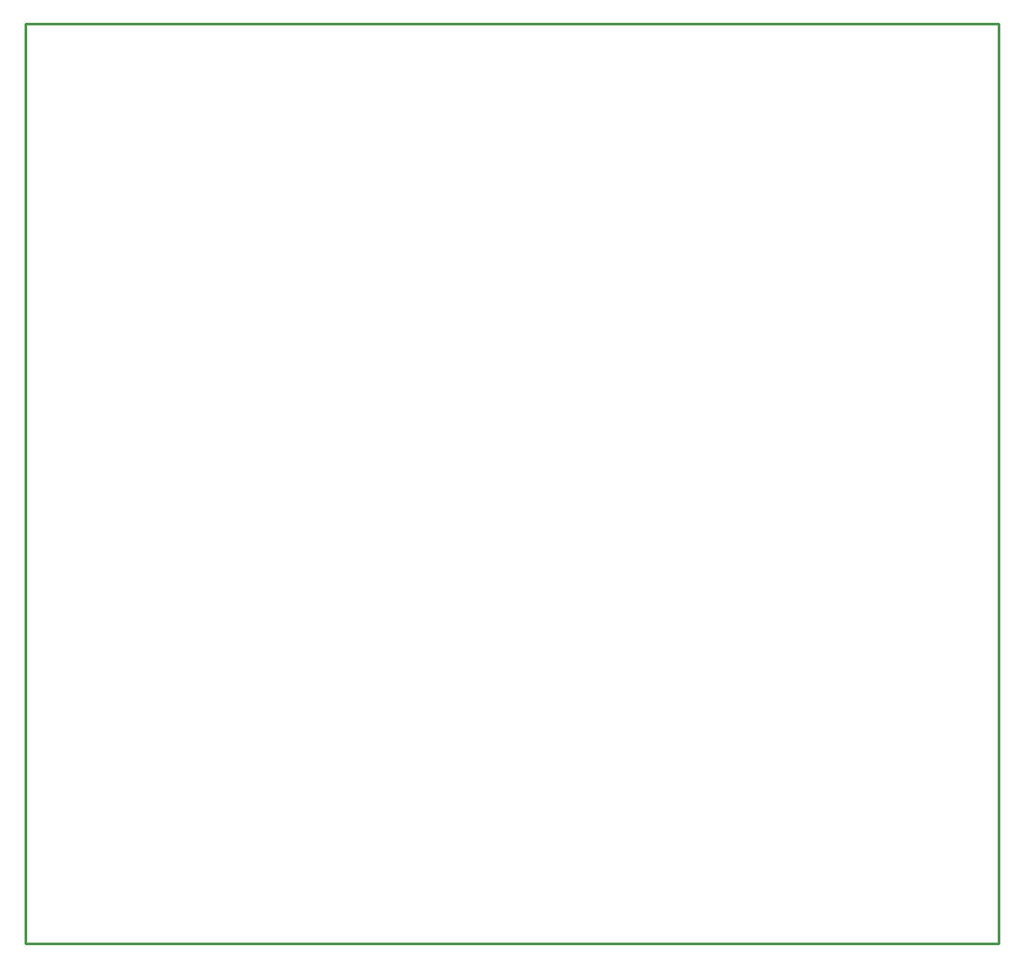
<source format=gbr>
G04 EAGLE Gerber RS-274X export*
G75*
%MOMM*%
%FSLAX34Y34*%
%LPD*%
%IN*%
%IPPOS*%
%AMOC8*
5,1,8,0,0,1.08239X$1,22.5*%
G01*
G04 Define Apertures*
%ADD10C,0.254000*%
D10*
X38100Y50800D02*
X977900Y50800D01*
X977900Y939800D01*
X38100Y939800D01*
X38100Y50800D01*
M02*

</source>
